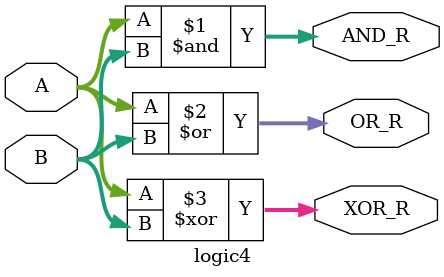
<source format=v>

`timescale 1ns / 1ps

module logic4(
    input  [3:0] A,
    input  [3:0] B,
    output [3:0] AND_R,
    output [3:0] OR_R,
    output [3:0] XOR_R
);
    assign AND_R = A & B;
    assign OR_R  = A | B;
    assign XOR_R = A ^ B;
endmodule

</source>
